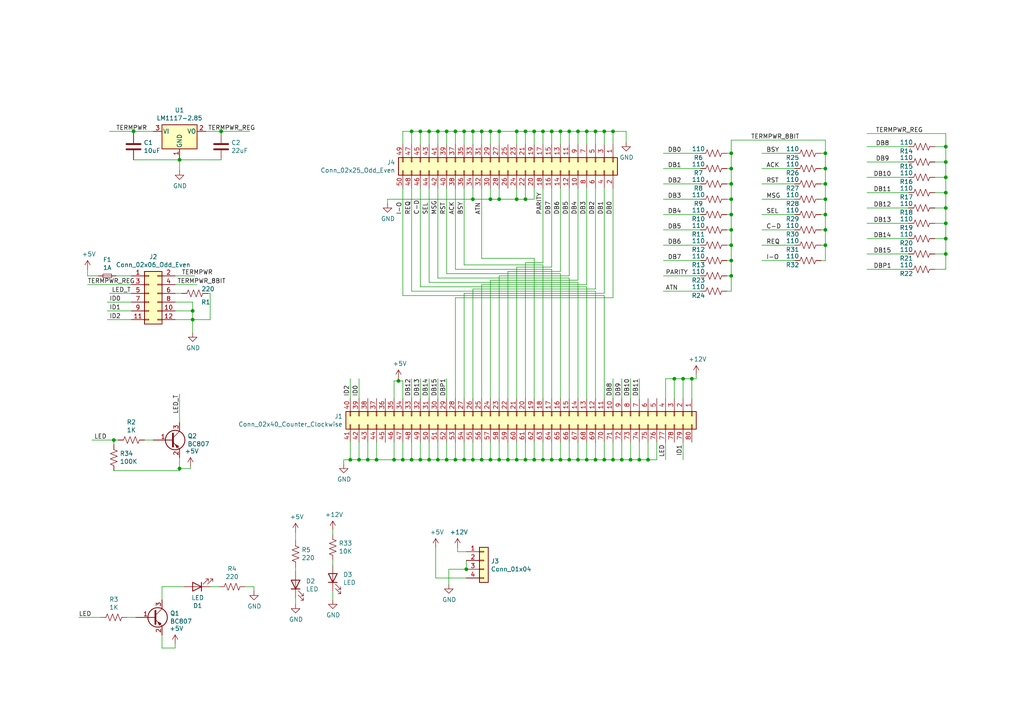
<source format=kicad_sch>
(kicad_sch (version 20230121) (generator eeschema)
  (paper "A4")
  (title_block (title "SCSI to SCA Adapter") (rev "V5.11") (company "max1zzz"))
  (lib_symbols
    (symbol "Connector_Generic:Conn_01x04" (pin_names (offset 1.016) hide)
      (property "Reference" "J" (at 0 5.08 0))
      (property "Value" "Conn_01x04" (at 0 -7.62 0))
      (symbol "Conn_01x04_1_1"
        (pin passive line (at -5.08 2.54 0) (length 3.81) (name "Pin_1") (number "1"))
        (pin passive line (at -5.08 0 0) (length 3.81) (name "Pin_2") (number "2"))
        (pin passive line (at -5.08 -2.54 0) (length 3.81) (name "Pin_3") (number "3"))
        (pin passive line (at -5.08 -5.08 0) (length 3.81) (name "Pin_4") (number "4"))
      )
    )
    (symbol "Connector_Generic:Conn_02x06_Odd_Even" (pin_names (offset 1.016) hide)
      (property "Reference" "J" (at 1.27 7.62 0))
      (property "Value" "Conn_02x06_Odd_Even" (at 1.27 -10.16 0))
      (symbol "Conn_02x06_Odd_Even_1_1"
        (pin passive line (at -5.08 5.08 0) (length 3.81) (name "Pin_1") (number "1"))
        (pin passive line (at 7.62 -5.08 180) (length 3.81) (name "Pin_10") (number "10"))
        (pin passive line (at -5.08 -7.62 0) (length 3.81) (name "Pin_11") (number "11"))
        (pin passive line (at 7.62 -7.62 180) (length 3.81) (name "Pin_12") (number "12"))
        (pin passive line (at 7.62 5.08 180) (length 3.81) (name "Pin_2") (number "2"))
        (pin passive line (at -5.08 2.54 0) (length 3.81) (name "Pin_3") (number "3"))
        (pin passive line (at 7.62 2.54 180) (length 3.81) (name "Pin_4") (number "4"))
        (pin passive line (at -5.08 0 0) (length 3.81) (name "Pin_5") (number "5"))
        (pin passive line (at 7.62 0 180) (length 3.81) (name "Pin_6") (number "6"))
        (pin passive line (at -5.08 -2.54 0) (length 3.81) (name "Pin_7") (number "7"))
        (pin passive line (at 7.62 -2.54 180) (length 3.81) (name "Pin_8") (number "8"))
        (pin passive line (at -5.08 -5.08 0) (length 3.81) (name "Pin_9") (number "9"))
      )
    )
    (symbol "Connector_Generic:Conn_02x25_Odd_Even" (pin_names (offset 1.016) hide)
      (property "Reference" "J" (at 1.27 33.02 0))
      (property "Value" "Conn_02x25_Odd_Even" (at 1.27 -33.02 0))
      (symbol "Conn_02x25_Odd_Even_1_1"
        (pin passive line (at -5.08 30.48 0) (length 3.81) (name "Pin_1") (number "1"))
        (pin passive line (at 7.62 20.32 180) (length 3.81) (name "Pin_10") (number "10"))
        (pin passive line (at -5.08 17.78 0) (length 3.81) (name "Pin_11") (number "11"))
        (pin passive line (at 7.62 17.78 180) (length 3.81) (name "Pin_12") (number "12"))
        (pin passive line (at -5.08 15.24 0) (length 3.81) (name "Pin_13") (number "13"))
        (pin passive line (at 7.62 15.24 180) (length 3.81) (name "Pin_14") (number "14"))
        (pin passive line (at -5.08 12.7 0) (length 3.81) (name "Pin_15") (number "15"))
        (pin passive line (at 7.62 12.7 180) (length 3.81) (name "Pin_16") (number "16"))
        (pin passive line (at -5.08 10.16 0) (length 3.81) (name "Pin_17") (number "17"))
        (pin passive line (at 7.62 10.16 180) (length 3.81) (name "Pin_18") (number "18"))
        (pin passive line (at -5.08 7.62 0) (length 3.81) (name "Pin_19") (number "19"))
        (pin passive line (at 7.62 30.48 180) (length 3.81) (name "Pin_2") (number "2"))
        (pin passive line (at 7.62 7.62 180) (length 3.81) (name "Pin_20") (number "20"))
        (pin passive line (at -5.08 5.08 0) (length 3.81) (name "Pin_21") (number "21"))
        (pin passive line (at 7.62 5.08 180) (length 3.81) (name "Pin_22") (number "22"))
        (pin passive line (at -5.08 2.54 0) (length 3.81) (name "Pin_23") (number "23"))
        (pin passive line (at 7.62 2.54 180) (length 3.81) (name "Pin_24") (number "24"))
        (pin passive line (at -5.08 0 0) (length 3.81) (name "Pin_25") (number "25"))
        (pin passive line (at 7.62 0 180) (length 3.81) (name "Pin_26") (number "26"))
        (pin passive line (at -5.08 -2.54 0) (length 3.81) (name "Pin_27") (number "27"))
        (pin passive line (at 7.62 -2.54 180) (length 3.81) (name "Pin_28") (number "28"))
        (pin passive line (at -5.08 -5.08 0) (length 3.81) (name "Pin_29") (number "29"))
        (pin passive line (at -5.08 27.94 0) (length 3.81) (name "Pin_3") (number "3"))
        (pin passive line (at 7.62 -5.08 180) (length 3.81) (name "Pin_30") (number "30"))
        (pin passive line (at -5.08 -7.62 0) (length 3.81) (name "Pin_31") (number "31"))
        (pin passive line (at 7.62 -7.62 180) (length 3.81) (name "Pin_32") (number "32"))
        (pin passive line (at -5.08 -10.16 0) (length 3.81) (name "Pin_33") (number "33"))
        (pin passive line (at 7.62 -10.16 180) (length 3.81) (name "Pin_34") (number "34"))
        (pin passive line (at -5.08 -12.7 0) (length 3.81) (name "Pin_35") (number "35"))
        (pin passive line (at 7.62 -12.7 180) (length 3.81) (name "Pin_36") (number "36"))
        (pin passive line (at -5.08 -15.24 0) (length 3.81) (name "Pin_37") (number "37"))
        (pin passive line (at 7.62 -15.24 180) (length 3.81) (name "Pin_38") (number "38"))
        (pin passive line (at -5.08 -17.78 0) (length 3.81) (name "Pin_39") (number "39"))
        (pin passive line (at 7.62 27.94 180) (length 3.81) (name "Pin_4") (number "4"))
        (pin passive line (at 7.62 -17.78 180) (length 3.81) (name "Pin_40") (number "40"))
        (pin passive line (at -5.08 -20.32 0) (length 3.81) (name "Pin_41") (number "41"))
        (pin passive line (at 7.62 -20.32 180) (length 3.81) (name "Pin_42") (number "42"))
        (pin passive line (at -5.08 -22.86 0) (length 3.81) (name "Pin_43") (number "43"))
        (pin passive line (at 7.62 -22.86 180) (length 3.81) (name "Pin_44") (number "44"))
        (pin passive line (at -5.08 -25.4 0) (length 3.81) (name "Pin_45") (number "45"))
        (pin passive line (at 7.62 -25.4 180) (length 3.81) (name "Pin_46") (number "46"))
        (pin passive line (at -5.08 -27.94 0) (length 3.81) (name "Pin_47") (number "47"))
        (pin passive line (at 7.62 -27.94 180) (length 3.81) (name "Pin_48") (number "48"))
        (pin passive line (at -5.08 -30.48 0) (length 3.81) (name "Pin_49") (number "49"))
        (pin passive line (at -5.08 25.4 0) (length 3.81) (name "Pin_5") (number "5"))
        (pin passive line (at 7.62 -30.48 180) (length 3.81) (name "Pin_50") (number "50"))
        (pin passive line (at 7.62 25.4 180) (length 3.81) (name "Pin_6") (number "6"))
        (pin passive line (at -5.08 22.86 0) (length 3.81) (name "Pin_7") (number "7"))
        (pin passive line (at 7.62 22.86 180) (length 3.81) (name "Pin_8") (number "8"))
        (pin passive line (at -5.08 20.32 0) (length 3.81) (name "Pin_9") (number "9"))
      )
    )
    (symbol "Connector_Generic:Conn_02x40_Counter_Clockwise" (pin_names (offset 1.016) hide)
      (property "Reference" "J" (at 1.27 50.8 0))
      (property "Value" "Conn_02x40_Counter_Clockwise" (at 1.27 -53.34 0))
      (symbol "Conn_02x40_Counter_Clockwise_1_1"
        (pin passive line (at -5.08 48.26 0) (length 3.81) (name "Pin_1") (number "1"))
        (pin passive line (at -5.08 25.4 0) (length 3.81) (name "Pin_10") (number "10"))
        (pin passive line (at -5.08 22.86 0) (length 3.81) (name "Pin_11") (number "11"))
        (pin passive line (at -5.08 20.32 0) (length 3.81) (name "Pin_12") (number "12"))
        (pin passive line (at -5.08 17.78 0) (length 3.81) (name "Pin_13") (number "13"))
        (pin passive line (at -5.08 15.24 0) (length 3.81) (name "Pin_14") (number "14"))
        (pin passive line (at -5.08 12.7 0) (length 3.81) (name "Pin_15") (number "15"))
        (pin passive line (at -5.08 10.16 0) (length 3.81) (name "Pin_16") (number "16"))
        (pin passive line (at -5.08 7.62 0) (length 3.81) (name "Pin_17") (number "17"))
        (pin passive line (at -5.08 5.08 0) (length 3.81) (name "Pin_18") (number "18"))
        (pin passive line (at -5.08 2.54 0) (length 3.81) (name "Pin_19") (number "19"))
        (pin passive line (at -5.08 45.72 0) (length 3.81) (name "Pin_2") (number "2"))
        (pin passive line (at -5.08 0 0) (length 3.81) (name "Pin_20") (number "20"))
        (pin passive line (at -5.08 -2.54 0) (length 3.81) (name "Pin_21") (number "21"))
        (pin passive line (at -5.08 -5.08 0) (length 3.81) (name "Pin_22") (number "22"))
        (pin passive line (at -5.08 -7.62 0) (length 3.81) (name "Pin_23") (number "23"))
        (pin passive line (at -5.08 -10.16 0) (length 3.81) (name "Pin_24") (number "24"))
        (pin passive line (at -5.08 -12.7 0) (length 3.81) (name "Pin_25") (number "25"))
        (pin passive line (at -5.08 -15.24 0) (length 3.81) (name "Pin_26") (number "26"))
        (pin passive line (at -5.08 -17.78 0) (length 3.81) (name "Pin_27") (number "27"))
        (pin passive line (at -5.08 -20.32 0) (length 3.81) (name "Pin_28") (number "28"))
        (pin passive line (at -5.08 -22.86 0) (length 3.81) (name "Pin_29") (number "29"))
        (pin passive line (at -5.08 43.18 0) (length 3.81) (name "Pin_3") (number "3"))
        (pin passive line (at -5.08 -25.4 0) (length 3.81) (name "Pin_30") (number "30"))
        (pin passive line (at -5.08 -27.94 0) (length 3.81) (name "Pin_31") (number "31"))
        (pin passive line (at -5.08 -30.48 0) (length 3.81) (name "Pin_32") (number "32"))
        (pin passive line (at -5.08 -33.02 0) (length 3.81) (name "Pin_33") (number "33"))
        (pin passive line (at -5.08 -35.56 0) (length 3.81) (name "Pin_34") (number "34"))
        (pin passive line (at -5.08 -38.1 0) (length 3.81) (name "Pin_35") (number "35"))
        (pin passive line (at -5.08 -40.64 0) (length 3.81) (name "Pin_36") (number "36"))
        (pin passive line (at -5.08 -43.18 0) (length 3.81) (name "Pin_37") (number "37"))
        (pin passive line (at -5.08 -45.72 0) (length 3.81) (name "Pin_38") (number "38"))
        (pin passive line (at -5.08 -48.26 0) (length 3.81) (name "Pin_39") (number "39"))
        (pin passive line (at -5.08 40.64 0) (length 3.81) (name "Pin_4") (number "4"))
        (pin passive line (at -5.08 -50.8 0) (length 3.81) (name "Pin_40") (number "40"))
        (pin passive line (at 7.62 -50.8 180) (length 3.81) (name "Pin_41") (number "41"))
        (pin passive line (at 7.62 -48.26 180) (length 3.81) (name "Pin_42") (number "42"))
        (pin passive line (at 7.62 -45.72 180) (length 3.81) (name "Pin_43") (number "43"))
        (pin passive line (at 7.62 -43.18 180) (length 3.81) (name "Pin_44") (number "44"))
        (pin passive line (at 7.62 -40.64 180) (length 3.81) (name "Pin_45") (number "45"))
        (pin passive line (at 7.62 -38.1 180) (length 3.81) (name "Pin_46") (number "46"))
        (pin passive line (at 7.62 -35.56 180) (length 3.81) (name "Pin_47") (number "47"))
        (pin passive line (at 7.62 -33.02 180) (length 3.81) (name "Pin_48") (number "48"))
        (pin passive line (at 7.62 -30.48 180) (length 3.81) (name "Pin_49") (number "49"))
        (pin passive line (at -5.08 38.1 0) (length 3.81) (name "Pin_5") (number "5"))
        (pin passive line (at 7.62 -27.94 180) (length 3.81) (name "Pin_50") (number "50"))
        (pin passive line (at 7.62 -25.4 180) (length 3.81) (name "Pin_51") (number "51"))
        (pin passive line (at 7.62 -22.86 180) (length 3.81) (name "Pin_52") (number "52"))
        (pin passive line (at 7.62 -20.32 180) (length 3.81) (name "Pin_53") (number "53"))
        (pin passive line (at 7.62 -17.78 180) (length 3.81) (name "Pin_54") (number "54"))
        (pin passive line (at 7.62 -15.24 180) (length 3.81) (name "Pin_55") (number "55"))
        (pin passive line (at 7.62 -12.7 180) (length 3.81) (name "Pin_56") (number "56"))
        (pin passive line (at 7.62 -10.16 180) (length 3.81) (name "Pin_57") (number "57"))
        (pin passive line (at 7.62 -7.62 180) (length 3.81) (name "Pin_58") (number "58"))
        (pin passive line (at 7.62 -5.08 180) (length 3.81) (name "Pin_59") (number "59"))
        (pin passive line (at -5.08 35.56 0) (length 3.81) (name "Pin_6") (number "6"))
        (pin passive line (at 7.62 -2.54 180) (length 3.81) (name "Pin_60") (number "60"))
        (pin passive line (at 7.62 0 180) (length 3.81) (name "Pin_61") (number "61"))
        (pin passive line (at 7.62 2.54 180) (length 3.81) (name "Pin_62") (number "62"))
        (pin passive line (at 7.62 5.08 180) (length 3.81) (name "Pin_63") (number "63"))
        (pin passive line (at 7.62 7.62 180) (length 3.81) (name "Pin_64") (number "64"))
        (pin passive line (at 7.62 10.16 180) (length 3.81) (name "Pin_65") (number "65"))
        (pin passive line (at 7.62 12.7 180) (length 3.81) (name "Pin_66") (number "66"))
        (pin passive line (at 7.62 15.24 180) (length 3.81) (name "Pin_67") (number "67"))
        (pin passive line (at 7.62 17.78 180) (length 3.81) (name "Pin_68") (number "68"))
        (pin passive line (at 7.62 20.32 180) (length 3.81) (name "Pin_69") (number "69"))
        (pin passive line (at -5.08 33.02 0) (length 3.81) (name "Pin_7") (number "7"))
        (pin passive line (at 7.62 22.86 180) (length 3.81) (name "Pin_70") (number "70"))
        (pin passive line (at 7.62 25.4 180) (length 3.81) (name "Pin_71") (number "71"))
        (pin passive line (at 7.62 27.94 180) (length 3.81) (name "Pin_72") (number "72"))
        (pin passive line (at 7.62 30.48 180) (length 3.81) (name "Pin_73") (number "73"))
        (pin passive line (at 7.62 33.02 180) (length 3.81) (name "Pin_74") (number "74"))
        (pin passive line (at 7.62 35.56 180) (length 3.81) (name "Pin_75") (number "75"))
        (pin passive line (at 7.62 38.1 180) (length 3.81) (name "Pin_76") (number "76"))
        (pin passive line (at 7.62 40.64 180) (length 3.81) (name "Pin_77") (number "77"))
        (pin passive line (at 7.62 43.18 180) (length 3.81) (name "Pin_78") (number "78"))
        (pin passive line (at 7.62 45.72 180) (length 3.81) (name "Pin_79") (number "79"))
        (pin passive line (at -5.08 30.48 0) (length 3.81) (name "Pin_8") (number "8"))
        (pin passive line (at 7.62 48.26 180) (length 3.81) (name "Pin_80") (number "80"))
        (pin passive line (at -5.08 27.94 0) (length 3.81) (name "Pin_9") (number "9"))
      )
    )
    (symbol "Device:C" (pin_numbers hide) (pin_names (offset 0.254))
      (property "Reference" "C" (at 0.635 2.54 0))
      (property "Value" "C" (at 0.635 -2.54 0))
      (symbol "C_1_1"
        (pin passive line (at 0 3.81 270) (length 2.794) (name "~") (number "1"))
        (pin passive line (at 0 -3.81 90) (length 2.794) (name "~") (number "2"))
      )
    )
    (symbol "Device:Fuse_Small" (pin_numbers hide) (pin_names (offset 0.254) hide)
      (property "Reference" "F" (at 0 -1.524 0))
      (property "Value" "Fuse_Small" (at 0 1.524 0))
      (symbol "Fuse_Small_1_1"
        (pin passive line (at -2.54 0 0) (length 1.27) (name "~") (number "1"))
        (pin passive line (at 2.54 0 180) (length 1.27) (name "~") (number "2"))
      )
    )
    (symbol "Device:LED" (pin_numbers hide) (pin_names (offset 1.016) hide)
      (property "Reference" "D" (at 0 2.54 0))
      (property "Value" "LED" (at 0 -2.54 0))
      (symbol "LED_1_1"
        (pin passive line (at -3.81 0 0) (length 2.54) (name "K") (number "1"))
        (pin passive line (at 3.81 0 180) (length 2.54) (name "A") (number "2"))
      )
    )
    (symbol "Device:Q_PNP_BEC" (pin_names (offset 0) hide)
      (property "Reference" "Q" (at 5.08 1.27 0))
      (property "Value" "Q_PNP_BEC" (at 5.08 -1.27 0))
      (symbol "Q_PNP_BEC_1_1"
        (pin input line (at -5.08 0 0) (length 5.715) (name "B") (number "1"))
        (pin passive line (at 2.54 -5.08 90) (length 2.54) (name "E") (number "2"))
        (pin passive line (at 2.54 5.08 270) (length 2.54) (name "C") (number "3"))
      )
    )
    (symbol "Device:R_US" (pin_numbers hide) (pin_names (offset 0))
      (property "Reference" "R" (at 2.54 0 90))
      (property "Value" "R_US" (at -2.54 0 90))
      (symbol "R_US_1_1"
        (pin passive line (at 0 3.81 270) (length 1.27) (name "~") (number "1"))
        (pin passive line (at 0 -3.81 90) (length 1.27) (name "~") (number "2"))
      )
    )
    (symbol "SCSI to SCA MK5.1-rescue:LM1117-2.5-Regulator_Linear" (pin_names (offset 0.254))
      (property "Reference" "U" (at -3.81 3.175 0))
      (property "Value" "Regulator_Linear_LM1117-2.5" (at 0 3.175 0))
      (symbol "LM1117-2.5-Regulator_Linear_1_1"
        (pin power_in line (at 0 -7.62 90) (length 2.54) (name "GND") (number "1"))
        (pin power_out line (at 7.62 0 180) (length 2.54) (name "VO") (number "2"))
        (pin power_in line (at -7.62 0 0) (length 2.54) (name "VI") (number "3"))
      )
    )
    (symbol "power:+12V" (power) (pin_names (offset 0))
      (property "Value" "+12V" (at 0 3.556 0))
      (symbol "+12V_1_1"
        (pin power_in line (at 0 0 90) (length 0) hide (name "+12V") (number "1"))
      )
    )
    (symbol "power:+5V" (power) (pin_names (offset 0))
      (property "Value" "+5V" (at 0 3.556 0))
      (symbol "+5V_1_1"
        (pin power_in line (at 0 0 90) (length 0) hide (name "+5V") (number "1"))
      )
    )
    (symbol "power:GND" (power) (pin_names (offset 0))
      (property "Value" "GND" (at 0 -3.81 0))
      (symbol "GND_1_1"
        (pin power_in line (at 0 0 270) (length 0) hide (name "GND") (number "1"))
      )
    )
  )
  (junction (at 175.26 38.1))
  (junction (at 274.32 73.66))
  (junction (at 239.395 71.12))
  (junction (at 152.4 57.785))
  (junction (at 137.16 133.35))
  (junction (at 182.88 133.35))
  (junction (at 127 133.35))
  (junction (at 147.32 133.35))
  (junction (at 172.72 38.1))
  (junction (at 132.08 38.1))
  (junction (at 115.57 110.49))
  (junction (at 212.09 44.45))
  (junction (at 52.07 46.355))
  (junction (at 134.62 38.1))
  (junction (at 162.56 38.1))
  (junction (at 212.09 80.01))
  (junction (at 132.08 133.35))
  (junction (at 212.09 71.12))
  (junction (at 152.4 133.35))
  (junction (at 180.34 133.35))
  (junction (at 114.3 133.35))
  (junction (at 212.09 75.565))
  (junction (at 170.18 133.35))
  (junction (at 200.66 109.855))
  (junction (at 152.4 38.1))
  (junction (at 149.86 38.1))
  (junction (at 274.32 51.435))
  (junction (at 55.88 92.71))
  (junction (at 239.395 66.675))
  (junction (at 195.58 109.855))
  (junction (at 157.48 133.35))
  (junction (at 165.1 38.1))
  (junction (at 170.18 38.1))
  (junction (at 124.46 38.1))
  (junction (at 119.38 133.35))
  (junction (at 142.24 133.35))
  (junction (at 212.09 57.785))
  (junction (at 185.42 133.35))
  (junction (at 157.48 38.1))
  (junction (at 139.7 38.1))
  (junction (at 38.735 38.1))
  (junction (at 187.96 133.35))
  (junction (at 64.135 38.1))
  (junction (at 135.255 165.1))
  (junction (at 137.16 38.1))
  (junction (at 212.09 62.23))
  (junction (at 274.32 69.215))
  (junction (at 239.395 44.45))
  (junction (at 177.8 133.35))
  (junction (at 139.7 133.35))
  (junction (at 212.09 53.34))
  (junction (at 101.6 133.35))
  (junction (at 239.395 57.785))
  (junction (at 162.56 133.35))
  (junction (at 104.14 133.35))
  (junction (at 129.54 133.35))
  (junction (at 160.02 133.35))
  (junction (at 144.78 38.1))
  (junction (at 177.8 38.1))
  (junction (at 134.62 133.35))
  (junction (at 167.64 133.35))
  (junction (at 124.46 133.35))
  (junction (at 55.88 90.17))
  (junction (at 109.22 133.35))
  (junction (at 121.92 38.1))
  (junction (at 52.07 135.89))
  (junction (at 142.24 38.1))
  (junction (at 167.64 38.1))
  (junction (at 239.395 62.23))
  (junction (at 274.32 64.77))
  (junction (at 129.54 38.1))
  (junction (at 274.32 60.325))
  (junction (at 33.02 127.635))
  (junction (at 160.02 38.1))
  (junction (at 175.26 133.35))
  (junction (at 198.12 109.855))
  (junction (at 116.84 133.35))
  (junction (at 106.68 133.35))
  (junction (at 142.24 57.785))
  (junction (at 119.38 38.1))
  (junction (at 154.94 38.1))
  (junction (at 144.78 57.785))
  (junction (at 274.32 55.88))
  (junction (at 172.72 133.35))
  (junction (at 154.94 133.35))
  (junction (at 149.86 133.35))
  (junction (at 165.1 133.35))
  (junction (at 144.78 133.35))
  (junction (at 149.86 57.785))
  (junction (at 137.16 57.785))
  (junction (at 212.09 48.895))
  (junction (at 212.09 66.675))
  (junction (at 121.92 133.35))
  (junction (at 239.395 48.895))
  (junction (at 274.32 42.545))
  (junction (at 239.395 53.34))
  (junction (at 274.32 46.99))
  (junction (at 127 38.1))
  (wire (pts (xy 134.62 38.1) (xy 137.16 38.1)))
  (wire (pts (xy 230.505 66.675) (xy 220.98 66.675)))
  (wire (pts (xy 152.4 128.27) (xy 152.4 133.35)))
  (wire (pts (xy 137.16 133.35) (xy 139.7 133.35)))
  (wire (pts (xy 135.255 162.56) (xy 135.255 165.1)))
  (wire (pts (xy 198.12 109.855) (xy 200.66 109.855)))
  (wire (pts (xy 139.7 82.55) (xy 139.7 115.57)))
  (wire (pts (xy 149.86 133.35) (xy 152.4 133.35)))
  (wire (pts (xy 137.16 128.27) (xy 137.16 133.35)))
  (wire (pts (xy 239.395 53.34) (xy 239.395 48.895)))
  (wire (pts (xy 162.56 41.91) (xy 162.56 38.1)))
  (wire (pts (xy 139.7 54.61) (xy 139.7 74.93)))
  (wire (pts (xy 55.245 135.89) (xy 52.07 135.89)))
  (wire (pts (xy 147.32 78.74) (xy 147.32 115.57)))
  (wire (pts (xy 230.505 71.12) (xy 220.98 71.12)))
  (wire (pts (xy 239.395 57.785) (xy 239.395 62.23)))
  (wire (pts (xy 85.725 175.26) (xy 85.725 173.355)))
  (wire (pts (xy 203.2 71.12) (xy 192.405 71.12)))
  (wire (pts (xy 124.46 38.1) (xy 127 38.1)))
  (wire (pts (xy 167.64 41.91) (xy 167.64 38.1)))
  (wire (pts (xy 52.07 114.3) (xy 52.07 122.555)))
  (wire (pts (xy 26.67 127.635) (xy 33.02 127.635)))
  (wire (pts (xy 46.99 184.15) (xy 46.99 187.96)))
  (wire (pts (xy 238.125 66.675) (xy 239.395 66.675)))
  (wire (pts (xy 121.92 133.35) (xy 124.46 133.35)))
  (wire (pts (xy 238.125 62.23) (xy 239.395 62.23)))
  (wire (pts (xy 135.255 165.1) (xy 130.175 165.1)))
  (wire (pts (xy 203.2 44.45) (xy 192.405 44.45)))
  (wire (pts (xy 210.82 75.565) (xy 212.09 75.565)))
  (wire (pts (xy 149.86 77.47) (xy 149.86 115.57)))
  (wire (pts (xy 154.94 38.1) (xy 152.4 38.1)))
  (wire (pts (xy 121.92 115.57) (xy 121.92 109.855)))
  (wire (pts (xy 114.3 110.49) (xy 115.57 110.49)))
  (wire (pts (xy 238.125 75.565) (xy 239.395 75.565)))
  (wire (pts (xy 50.8 187.96) (xy 50.8 186.69)))
  (wire (pts (xy 160.02 115.57) (xy 160.02 78.105)))
  (wire (pts (xy 152.4 38.1) (xy 149.86 38.1)))
  (wire (pts (xy 230.505 53.34) (xy 220.98 53.34)))
  (wire (pts (xy 157.48 115.57) (xy 157.48 76.835)))
  (wire (pts (xy 195.58 115.57) (xy 195.58 109.855)))
  (wire (pts (xy 271.145 69.215) (xy 274.32 69.215)))
  (wire (pts (xy 121.92 83.185) (xy 170.18 83.185)))
  (wire (pts (xy 116.84 38.1) (xy 119.38 38.1)))
  (wire (pts (xy 50.8 80.01) (xy 56.515 80.01)))
  (wire (pts (xy 52.07 46.355) (xy 52.07 45.72)))
  (wire (pts (xy 157.48 54.61) (xy 157.48 76.2)))
  (wire (pts (xy 239.395 62.23) (xy 239.395 66.675)))
  (wire (pts (xy 274.32 42.545) (xy 274.32 38.735)))
  (wire (pts (xy 198.12 115.57) (xy 198.12 109.855)))
  (wire (pts (xy 230.505 57.785) (xy 220.98 57.785)))
  (wire (pts (xy 187.96 133.35) (xy 190.5 133.35)))
  (wire (pts (xy 142.24 41.91) (xy 142.24 38.1)))
  (wire (pts (xy 149.86 54.61) (xy 149.86 57.785)))
  (wire (pts (xy 177.8 54.61) (xy 177.8 86.36)))
  (wire (pts (xy 203.2 48.895) (xy 192.405 48.895)))
  (wire (pts (xy 134.62 128.27) (xy 134.62 133.35)))
  (wire (pts (xy 170.18 38.1) (xy 172.72 38.1)))
  (wire (pts (xy 112.395 57.785) (xy 137.16 57.785)))
  (wire (pts (xy 124.46 128.27) (xy 124.46 133.35)))
  (wire (pts (xy 38.735 38.735) (xy 38.735 38.1)))
  (wire (pts (xy 238.125 48.895) (xy 239.395 48.895)))
  (wire (pts (xy 230.505 44.45) (xy 220.98 44.45)))
  (wire (pts (xy 152.4 76.2) (xy 152.4 115.57)))
  (wire (pts (xy 175.26 38.1) (xy 177.8 38.1)))
  (wire (pts (xy 139.7 41.91) (xy 139.7 38.1)))
  (wire (pts (xy 251.46 46.99) (xy 263.525 46.99)))
  (wire (pts (xy 154.94 38.1) (xy 157.48 38.1)))
  (wire (pts (xy 172.72 84.455) (xy 172.72 115.57)))
  (wire (pts (xy 165.1 80.01) (xy 144.78 80.01)))
  (wire (pts (xy 182.88 133.35) (xy 185.42 133.35)))
  (wire (pts (xy 271.145 42.545) (xy 274.32 42.545)))
  (wire (pts (xy 162.56 133.35) (xy 165.1 133.35)))
  (wire (pts (xy 96.52 163.83) (xy 96.52 162.56)))
  (wire (pts (xy 134.62 85.09) (xy 134.62 115.57)))
  (wire (pts (xy 33.02 127.635) (xy 34.29 127.635)))
  (wire (pts (xy 154.94 41.91) (xy 154.94 38.1)))
  (wire (pts (xy 165.1 133.35) (xy 167.64 133.35)))
  (wire (pts (xy 160.02 78.105) (xy 132.08 78.105)))
  (wire (pts (xy 85.725 165.735) (xy 85.725 164.465)))
  (wire (pts (xy 167.64 54.61) (xy 167.64 81.28)))
  (wire (pts (xy 180.34 133.35) (xy 182.88 133.35)))
  (wire (pts (xy 38.735 38.1) (xy 31.75 38.1)))
  (wire (pts (xy 187.96 128.27) (xy 187.96 133.35)))
  (wire (pts (xy 139.7 133.35) (xy 142.24 133.35)))
  (wire (pts (xy 170.18 82.55) (xy 139.7 82.55)))
  (wire (pts (xy 170.18 41.91) (xy 170.18 38.1)))
  (wire (pts (xy 119.38 41.91) (xy 119.38 38.1)))
  (wire (pts (xy 193.04 109.855) (xy 195.58 109.855)))
  (wire (pts (xy 109.22 133.35) (xy 114.3 133.35)))
  (wire (pts (xy 167.64 133.35) (xy 170.18 133.35)))
  (wire (pts (xy 190.5 133.35) (xy 190.5 128.27)))
  (wire (pts (xy 142.24 57.785) (xy 144.78 57.785)))
  (wire (pts (xy 52.07 49.53) (xy 52.07 46.355)))
  (wire (pts (xy 106.68 133.35) (xy 109.22 133.35)))
  (wire (pts (xy 33.02 136.525) (xy 52.07 136.525)))
  (wire (pts (xy 152.4 54.61) (xy 152.4 57.785)))
  (wire (pts (xy 198.12 128.27) (xy 198.12 133.35)))
  (wire (pts (xy 162.56 38.1) (xy 165.1 38.1)))
  (wire (pts (xy 149.86 38.1) (xy 144.78 38.1)))
  (wire (pts (xy 129.54 38.1) (xy 132.08 38.1)))
  (wire (pts (xy 73.66 171.45) (xy 73.66 170.18)))
  (wire (pts (xy 175.26 41.91) (xy 175.26 38.1)))
  (wire (pts (xy 101.6 128.27) (xy 101.6 133.35)))
  (wire (pts (xy 25.4 80.01) (xy 25.4 78.105)))
  (wire (pts (xy 203.2 57.785) (xy 192.405 57.785)))
  (wire (pts (xy 263.525 69.215) (xy 251.46 69.215)))
  (wire (pts (xy 121.92 54.61) (xy 121.92 83.185)))
  (wire (pts (xy 129.54 128.27) (xy 129.54 133.35)))
  (wire (pts (xy 137.16 54.61) (xy 137.16 57.785)))
  (wire (pts (xy 212.09 62.23) (xy 212.09 57.785)))
  (wire (pts (xy 160.02 77.47) (xy 149.86 77.47)))
  (wire (pts (xy 175.26 85.725) (xy 175.26 115.57)))
  (wire (pts (xy 167.64 81.28) (xy 142.24 81.28)))
  (wire (pts (xy 177.8 133.35) (xy 180.34 133.35)))
  (wire (pts (xy 271.145 51.435) (xy 274.32 51.435)))
  (wire (pts (xy 119.38 133.35) (xy 121.92 133.35)))
  (wire (pts (xy 195.58 109.855) (xy 198.12 109.855)))
  (wire (pts (xy 167.64 81.915) (xy 167.64 115.57)))
  (wire (pts (xy 106.68 128.27) (xy 106.68 133.35)))
  (wire (pts (xy 263.525 55.88) (xy 251.46 55.88)))
  (wire (pts (xy 160.02 54.61) (xy 160.02 77.47)))
  (wire (pts (xy 210.82 57.785) (xy 212.09 57.785)))
  (wire (pts (xy 116.84 54.61) (xy 116.84 85.725)))
  (wire (pts (xy 238.125 57.785) (xy 239.395 57.785)))
  (wire (pts (xy 130.175 165.1) (xy 130.175 169.545)))
  (wire (pts (xy 109.22 133.35) (xy 109.22 128.27)))
  (wire (pts (xy 210.82 48.895) (xy 212.09 48.895)))
  (wire (pts (xy 129.54 115.57) (xy 129.54 109.855)))
  (wire (pts (xy 263.525 78.105) (xy 251.46 78.105)))
  (wire (pts (xy 50.8 87.63) (xy 55.88 87.63)))
  (wire (pts (xy 162.56 133.35) (xy 162.56 128.27)))
  (wire (pts (xy 126.365 167.64) (xy 126.365 158.75)))
  (wire (pts (xy 127 115.57) (xy 127 109.855)))
  (wire (pts (xy 104.14 133.35) (xy 106.68 133.35)))
  (wire (pts (xy 31.115 90.17) (xy 38.1 90.17)))
  (wire (pts (xy 114.3 128.27) (xy 114.3 133.35)))
  (wire (pts (xy 212.09 71.12) (xy 212.09 66.675)))
  (wire (pts (xy 144.78 54.61) (xy 144.78 57.785)))
  (wire (pts (xy 271.145 46.99) (xy 274.32 46.99)))
  (wire (pts (xy 137.16 57.785) (xy 142.24 57.785)))
  (wire (pts (xy 135.255 167.64) (xy 126.365 167.64)))
  (wire (pts (xy 238.125 53.34) (xy 239.395 53.34)))
  (wire (pts (xy 274.32 51.435) (xy 274.32 55.88)))
  (wire (pts (xy 200.66 109.855) (xy 201.93 109.855)))
  (wire (pts (xy 274.32 73.66) (xy 274.32 78.105)))
  (wire (pts (xy 127 128.27) (xy 127 133.35)))
  (wire (pts (xy 177.8 41.91) (xy 177.8 38.1)))
  (wire (pts (xy 50.8 90.17) (xy 55.88 90.17)))
  (wire (pts (xy 212.09 57.785) (xy 212.09 53.34)))
  (wire (pts (xy 41.91 127.635) (xy 44.45 127.635)))
  (wire (pts (xy 274.32 60.325) (xy 274.32 64.77)))
  (wire (pts (xy 271.145 64.77) (xy 274.32 64.77)))
  (wire (pts (xy 172.72 54.61) (xy 172.72 83.82)))
  (wire (pts (xy 212.09 40.64) (xy 239.395 40.64)))
  (wire (pts (xy 127 41.91) (xy 127 38.1)))
  (wire (pts (xy 182.88 115.57) (xy 182.88 109.855)))
  (wire (pts (xy 203.2 75.565) (xy 192.405 75.565)))
  (wire (pts (xy 64.135 46.355) (xy 52.07 46.355)))
  (wire (pts (xy 85.725 156.845) (xy 85.725 154.305)))
  (wire (pts (xy 193.04 128.27) (xy 193.04 133.35)))
  (wire (pts (xy 230.505 48.895) (xy 220.98 48.895)))
  (wire (pts (xy 124.46 81.915) (xy 167.64 81.915)))
  (wire (pts (xy 177.8 86.36) (xy 132.08 86.36)))
  (wire (pts (xy 129.54 79.375) (xy 162.56 79.375)))
  (wire (pts (xy 29.21 179.07) (xy 22.86 179.07)))
  (wire (pts (xy 181.61 38.1) (xy 177.8 38.1)))
  (wire (pts (xy 132.08 133.35) (xy 134.62 133.35)))
  (wire (pts (xy 274.32 69.215) (xy 274.32 73.66)))
  (wire (pts (xy 175.26 85.09) (xy 134.62 85.09)))
  (wire (pts (xy 124.46 41.91) (xy 124.46 38.1)))
  (wire (pts (xy 239.395 44.45) (xy 239.395 40.64)))
  (wire (pts (xy 46.99 170.18) (xy 53.34 170.18)))
  (wire (pts (xy 33.02 128.905) (xy 33.02 127.635)))
  (wire (pts (xy 129.54 79.375) (xy 129.54 54.61)))
  (wire (pts (xy 149.86 41.91) (xy 149.86 38.1)))
  (wire (pts (xy 274.32 64.77) (xy 274.32 69.215)))
  (wire (pts (xy 115.57 109.855) (xy 115.57 110.49)))
  (wire (pts (xy 203.2 53.34) (xy 192.405 53.34)))
  (wire (pts (xy 160.02 133.35) (xy 162.56 133.35)))
  (wire (pts (xy 132.08 128.27) (xy 132.08 133.35)))
  (wire (pts (xy 185.42 133.35) (xy 187.96 133.35)))
  (wire (pts (xy 55.245 135.255) (xy 55.245 135.89)))
  (wire (pts (xy 177.8 128.27) (xy 177.8 133.35)))
  (wire (pts (xy 64.135 38.1) (xy 72.39 38.1)))
  (wire (pts (xy 119.38 54.61) (xy 119.38 84.455)))
  (wire (pts (xy 31.115 87.63) (xy 38.1 87.63)))
  (wire (pts (xy 274.32 46.99) (xy 274.32 51.435)))
  (wire (pts (xy 129.54 41.91) (xy 129.54 38.1)))
  (wire (pts (xy 73.66 170.18) (xy 71.12 170.18)))
  (wire (pts (xy 152.4 57.785) (xy 154.94 57.785)))
  (wire (pts (xy 154.94 128.27) (xy 154.94 133.35)))
  (wire (pts (xy 121.92 128.27) (xy 121.92 133.35)))
  (wire (pts (xy 101.6 115.57) (xy 101.6 109.855)))
  (wire (pts (xy 31.75 85.09) (xy 38.1 85.09)))
  (wire (pts (xy 263.525 60.325) (xy 251.46 60.325)))
  (wire (pts (xy 170.18 83.185) (xy 170.18 115.57)))
  (wire (pts (xy 55.88 92.71) (xy 55.88 96.52)))
  (wire (pts (xy 212.09 75.565) (xy 212.09 71.12)))
  (wire (pts (xy 263.525 64.77) (xy 251.46 64.77)))
  (wire (pts (xy 165.1 38.1) (xy 167.64 38.1)))
  (wire (pts (xy 127 38.1) (xy 129.54 38.1)))
  (wire (pts (xy 115.57 110.49) (xy 116.84 110.49)))
  (wire (pts (xy 121.92 38.1) (xy 124.46 38.1)))
  (wire (pts (xy 132.08 41.91) (xy 132.08 38.1)))
  (wire (pts (xy 157.48 133.35) (xy 160.02 133.35)))
  (wire (pts (xy 152.4 41.91) (xy 152.4 38.1)))
  (wire (pts (xy 36.83 179.07) (xy 39.37 179.07)))
  (wire (pts (xy 251.46 42.545) (xy 263.525 42.545)))
  (wire (pts (xy 212.09 66.675) (xy 212.09 62.23)))
  (wire (pts (xy 144.78 57.785) (xy 149.86 57.785)))
  (wire (pts (xy 46.99 187.96) (xy 50.8 187.96)))
  (wire (pts (xy 64.135 38.735) (xy 64.135 38.1)))
  (wire (pts (xy 210.82 66.675) (xy 212.09 66.675)))
  (wire (pts (xy 274.32 42.545) (xy 274.32 46.99)))
  (wire (pts (xy 142.24 38.1) (xy 139.7 38.1)))
  (wire (pts (xy 172.72 38.1) (xy 175.26 38.1)))
  (wire (pts (xy 175.26 133.35) (xy 177.8 133.35)))
  (wire (pts (xy 180.34 115.57) (xy 180.34 109.855)))
  (wire (pts (xy 142.24 133.35) (xy 144.78 133.35)))
  (wire (pts (xy 137.16 41.91) (xy 137.16 38.1)))
  (wire (pts (xy 149.86 128.27) (xy 149.86 133.35)))
  (wire (pts (xy 230.505 62.23) (xy 220.98 62.23)))
  (wire (pts (xy 157.48 128.27) (xy 157.48 133.35)))
  (wire (pts (xy 239.395 53.34) (xy 239.395 57.785)))
  (wire (pts (xy 157.48 41.91) (xy 157.48 38.1)))
  (wire (pts (xy 50.8 85.09) (xy 52.705 85.09)))
  (wire (pts (xy 263.525 51.435) (xy 251.46 51.435)))
  (wire (pts (xy 157.48 38.1) (xy 160.02 38.1)))
  (wire (pts (xy 274.32 55.88) (xy 274.32 60.325)))
  (wire (pts (xy 96.52 173.99) (xy 96.52 171.45)))
  (wire (pts (xy 203.2 84.455) (xy 192.405 84.455)))
  (wire (pts (xy 238.125 71.12) (xy 239.395 71.12)))
  (wire (pts (xy 124.46 115.57) (xy 124.46 109.855)))
  (wire (pts (xy 101.6 133.35) (xy 99.695 133.35)))
  (wire (pts (xy 239.395 71.12) (xy 239.395 75.565)))
  (wire (pts (xy 52.07 136.525) (xy 52.07 135.89)))
  (wire (pts (xy 99.695 133.35) (xy 99.695 134.62)))
  (wire (pts (xy 134.62 41.91) (xy 134.62 38.1)))
  (wire (pts (xy 38.735 46.355) (xy 52.07 46.355)))
  (wire (pts (xy 33.655 80.01) (xy 38.1 80.01)))
  (wire (pts (xy 132.715 160.02) (xy 132.715 158.75)))
  (wire (pts (xy 172.72 83.82) (xy 137.16 83.82)))
  (wire (pts (xy 104.14 128.27) (xy 104.14 133.35)))
  (wire (pts (xy 212.09 44.45) (xy 212.09 40.64)))
  (wire (pts (xy 112.395 57.785) (xy 112.395 59.055)))
  (wire (pts (xy 101.6 133.35) (xy 104.14 133.35)))
  (wire (pts (xy 162.56 78.74) (xy 147.32 78.74)))
  (wire (pts (xy 160.02 41.91) (xy 160.02 38.1)))
  (wire (pts (xy 116.84 115.57) (xy 116.84 110.49)))
  (wire (pts (xy 132.08 38.1) (xy 134.62 38.1)))
  (wire (pts (xy 135.255 160.02) (xy 132.715 160.02)))
  (wire (pts (xy 212.09 44.45) (xy 210.82 44.45)))
  (wire (pts (xy 147.32 128.27) (xy 147.32 133.35)))
  (wire (pts (xy 172.72 133.35) (xy 175.26 133.35)))
  (wire (pts (xy 154.94 133.35) (xy 157.48 133.35)))
  (wire (pts (xy 172.72 41.91) (xy 172.72 38.1)))
  (wire (pts (xy 144.78 133.35) (xy 147.32 133.35)))
  (wire (pts (xy 154.94 57.785) (xy 154.94 54.61)))
  (wire (pts (xy 274.32 38.735) (xy 251.46 38.735)))
  (wire (pts (xy 50.8 82.55) (xy 57.15 82.55)))
  (wire (pts (xy 170.18 54.61) (xy 170.18 82.55)))
  (wire (pts (xy 132.08 86.36) (xy 132.08 115.57)))
  (wire (pts (xy 144.78 38.1) (xy 142.24 38.1)))
  (wire (pts (xy 124.46 133.35) (xy 127 133.35)))
  (wire (pts (xy 144.78 80.01) (xy 144.78 115.57)))
  (wire (pts (xy 162.56 54.61) (xy 162.56 78.74)))
  (wire (pts (xy 60.96 85.09) (xy 60.96 92.71)))
  (wire (pts (xy 121.92 41.91) (xy 121.92 38.1)))
  (wire (pts (xy 175.26 54.61) (xy 175.26 85.09)))
  (wire (pts (xy 114.3 110.49) (xy 114.3 115.57)))
  (wire (pts (xy 212.09 84.455) (xy 212.09 80.01)))
  (wire (pts (xy 193.04 115.57) (xy 193.04 109.855)))
  (wire (pts (xy 203.2 80.01) (xy 192.405 80.01)))
  (wire (pts (xy 63.5 170.18) (xy 60.96 170.18)))
  (wire (pts (xy 25.4 82.55) (xy 38.1 82.55)))
  (wire (pts (xy 116.84 128.27) (xy 116.84 133.35)))
  (wire (pts (xy 201.93 109.855) (xy 201.93 108.585)))
  (wire (pts (xy 239.395 66.675) (xy 239.395 71.12)))
  (wire (pts (xy 210.82 80.01) (xy 212.09 80.01)))
  (wire (pts (xy 119.38 115.57) (xy 119.38 109.855)))
  (wire (pts (xy 203.2 66.675) (xy 192.405 66.675)))
  (wire (pts (xy 210.82 62.23) (xy 212.09 62.23)))
  (wire (pts (xy 142.24 54.61) (xy 142.24 57.785)))
  (wire (pts (xy 116.84 85.725) (xy 175.26 85.725)))
  (wire (pts (xy 119.38 84.455) (xy 172.72 84.455)))
  (wire (pts (xy 212.09 48.895) (xy 212.09 44.45)))
  (wire (pts (xy 165.1 54.61) (xy 165.1 80.01)))
  (wire (pts (xy 200.66 109.855) (xy 200.66 115.57)))
  (wire (pts (xy 157.48 76.2) (xy 152.4 76.2)))
  (wire (pts (xy 127 80.645) (xy 165.1 80.645)))
  (wire (pts (xy 116.84 133.35) (xy 119.38 133.35)))
  (wire (pts (xy 139.7 74.93) (xy 154.94 74.93)))
  (wire (pts (xy 31.115 92.71) (xy 38.1 92.71)))
  (wire (pts (xy 271.145 60.325) (xy 274.32 60.325)))
  (wire (pts (xy 185.42 133.35) (xy 185.42 128.27)))
  (wire (pts (xy 119.38 38.1) (xy 121.92 38.1)))
  (wire (pts (xy 165.1 41.91) (xy 165.1 38.1)))
  (wire (pts (xy 116.84 38.1) (xy 116.84 41.91)))
  (wire (pts (xy 160.02 38.1) (xy 162.56 38.1)))
  (wire (pts (xy 167.64 128.27) (xy 167.64 133.35)))
  (wire (pts (xy 271.145 55.88) (xy 274.32 55.88)))
  (wire (pts (xy 210.82 53.34) (xy 212.09 53.34)))
  (wire (pts (xy 274.32 78.105) (xy 271.145 78.105)))
  (wire (pts (xy 144.78 41.91) (xy 144.78 38.1)))
  (wire (pts (xy 142.24 81.28) (xy 142.24 115.57)))
  (wire (pts (xy 170.18 128.27) (xy 170.18 133.35)))
  (wire (pts (xy 210.82 71.12) (xy 212.09 71.12)))
  (wire (pts (xy 167.64 38.1) (xy 170.18 38.1)))
  (wire (pts (xy 104.14 115.57) (xy 104.14 109.855)))
  (wire (pts (xy 137.16 38.1) (xy 139.7 38.1)))
  (wire (pts (xy 50.8 92.71) (xy 55.88 92.71)))
  (wire (pts (xy 119.38 128.27) (xy 119.38 133.35)))
  (wire (pts (xy 60.325 85.09) (xy 60.96 85.09)))
  (wire (pts (xy 28.575 80.01) (xy 25.4 80.01)))
  (wire (pts (xy 230.505 75.565) (xy 220.98 75.565)))
  (wire (pts (xy 239.395 44.45) (xy 238.125 44.45)))
  (wire (pts (xy 185.42 115.57) (xy 185.42 109.855)))
  (wire (pts (xy 134.62 133.35) (xy 137.16 133.35)))
  (wire (pts (xy 210.82 84.455) (xy 212.09 84.455)))
  (wire (pts (xy 59.69 38.1) (xy 64.135 38.1)))
  (wire (pts (xy 147.32 133.35) (xy 149.86 133.35)))
  (wire (pts (xy 212.09 53.34) (xy 212.09 48.895)))
  (wire (pts (xy 239.395 48.895) (xy 239.395 44.45)))
  (wire (pts (xy 129.54 133.35) (xy 132.08 133.35)))
  (wire (pts (xy 170.18 133.35) (xy 172.72 133.35)))
  (wire (pts (xy 55.88 90.17) (xy 55.88 92.71)))
  (wire (pts (xy 127 54.61) (xy 127 80.645)))
  (wire (pts (xy 165.1 80.645) (xy 165.1 115.57)))
  (wire (pts (xy 172.72 128.27) (xy 172.72 133.35)))
  (wire (pts (xy 144.78 128.27) (xy 144.78 133.35)))
  (wire (pts (xy 137.16 83.82) (xy 137.16 115.57)))
  (wire (pts (xy 162.56 115.57) (xy 162.56 79.375)))
  (wire (pts (xy 149.86 57.785) (xy 152.4 57.785)))
  (wire (pts (xy 181.61 41.275) (xy 181.61 38.1)))
  (wire (pts (xy 46.99 173.99) (xy 46.99 170.18)))
  (wire (pts (xy 142.24 128.27) (xy 142.24 133.35)))
  (wire (pts (xy 55.88 87.63) (xy 55.88 90.17)))
  (wire (pts (xy 157.48 76.835) (xy 134.62 76.835)))
  (wire (pts (xy 165.1 128.27) (xy 165.1 133.35)))
  (wire (pts (xy 180.34 128.27) (xy 180.34 133.35)))
  (wire (pts (xy 124.46 54.61) (xy 124.46 81.915)))
  (wire (pts (xy 152.4 133.35) (xy 154.94 133.35)))
  (wire (pts (xy 271.145 73.66) (xy 274.32 73.66)))
  (wire (pts (xy 175.26 128.27) (xy 175.26 133.35)))
  (wire (pts (xy 203.2 62.23) (xy 192.405 62.23)))
  (wire (pts (xy 96.52 154.94) (xy 96.52 153.67)))
  (wire (pts (xy 212.09 80.01) (xy 212.09 75.565)))
  (wire (pts (xy 52.07 135.89) (xy 52.07 132.715)))
  (wire (pts (xy 154.94 74.93) (xy 154.94 115.57)))
  (wire (pts (xy 182.88 133.35) (xy 182.88 128.27)))
  (wire (pts (xy 60.96 92.71) (xy 55.88 92.71)))
  (wire (pts (xy 263.525 73.66) (xy 251.46 73.66)))
  (wire (pts (xy 127 133.35) (xy 129.54 133.35)))
  (wire (pts (xy 114.3 133.35) (xy 116.84 133.35)))
  (wire (pts (xy 44.45 38.1) (xy 38.735 38.1)))
  (wire (pts (xy 139.7 128.27) (xy 139.7 133.35)))
  (wire (pts (xy 160.02 128.27) (xy 160.02 133.35)))
  (wire (pts (xy 177.8 115.57) (xy 177.8 109.855)))
  (wire (pts (xy 134.62 76.835) (xy 134.62 54.61)))
  (wire (pts (xy 132.08 78.105) (xy 132.08 54.61)))
  (label "TERMPWR_8BIT" (at 217.805 40.64 0))
  (label "DB6" (at 162.56 62.23 90))
  (label "PARITY" (at 193.04 80.01 0))
  (label "TERMPWR" (at 52.705 80.01 0))
  (label "DB0" (at 177.8 62.23 90))
  (label "DB5" (at 193.675 66.675 0))
  (label "PARITY" (at 157.48 62.23 90))
  (label "DBP1" (at 253.365 78.105 0))
  (label "ID2" (at 31.75 92.71 0))
  (label "RST" (at 129.54 62.23 90))
  (label "SEL" (at 124.46 62.23 90))
  (label "DB12" (at 119.38 114.935 90))
  (label "MSG" (at 127 62.23 90))
  (label "TERMPWR" (at 33.655 38.1 0))
  (label "DB9" (at 254 46.99 0))
  (label "C-D" (at 121.92 62.23 90))
  (label "DB1" (at 175.26 62.23 90))
  (label "DB14" (at 124.46 114.935 90))
  (label "LED" (at 193.04 128.905 270))
  (label "REQ" (at 119.38 62.23 90))
  (label "TERMPWR_8BIT" (at 51.435 82.55 0))
  (label "ID1" (at 198.12 128.905 270))
  (label "ID1" (at 31.75 90.17 0))
  (label "DB7" (at 160.02 62.23 90))
  (label "DB1" (at 193.675 48.895 0))
  (label "DB8" (at 254 42.545 0))
  (label "DB4" (at 167.64 62.23 90))
  (label "I-O" (at 116.84 62.23 90))
  (label "TERMPWR_REG" (at 60.325 38.1 0))
  (label "BSY" (at 222.25 44.45 0))
  (label "ACK" (at 222.25 48.895 0))
  (label "DB14" (at 253.365 69.215 0))
  (label "RST" (at 222.25 53.34 0))
  (label "DB11" (at 185.42 114.935 90))
  (label "MSG" (at 222.25 57.785 0))
  (label "DB11" (at 253.365 55.88 0))
  (label "DBP1" (at 129.54 114.935 90))
  (label "DB4" (at 193.675 62.23 0))
  (label "TERMPWR_REG" (at 25.4 82.55 0))
  (label "ACK" (at 132.08 62.23 90))
  (label "DB5" (at 165.1 62.23 90))
  (label "DB13" (at 253.365 64.77 0))
  (label "ATN" (at 139.7 62.23 90))
  (label "LED_T" (at 32.385 85.09 0))
  (label "DB3" (at 170.18 62.23 90))
  (label "ID2" (at 101.6 114.935 90))
  (label "LED_T" (at 52.07 120.015 90))
  (label "LED" (at 27.305 127.635 0))
  (label "DB6" (at 193.675 71.12 0))
  (label "DB15" (at 253.365 73.66 0))
  (label "DB0" (at 193.675 44.45 0))
  (label "ATN" (at 193.04 84.455 0))
  (label "DB9" (at 180.34 114.935 90))
  (label "DB15" (at 127 114.935 90))
  (label "I-O" (at 222.25 75.565 0))
  (label "DB7" (at 193.675 75.565 0))
  (label "DB10" (at 182.88 114.935 90))
  (label "DB2" (at 193.675 53.34 0))
  (label "C-D" (at 222.25 66.675 0))
  (label "LED" (at 22.86 179.07 0))
  (label "DB12" (at 253.365 60.325 0))
  (label "DB3" (at 193.675 57.785 0))
  (label "ID0" (at 31.75 87.63 0))
  (label "DB8" (at 177.8 114.935 90))
  (label "SEL" (at 222.25 62.23 0))
  (label "DB2" (at 172.72 62.23 90))
  (label "REQ" (at 222.25 71.12 0))
  (label "DB10" (at 253.365 51.435 0))
  (label "DB13" (at 121.92 114.935 90))
  (label "TERMPWR_REG" (at 254 38.735 0))
  (label "BSY" (at 134.62 62.23 90))
  (label "ID0" (at 104.14 114.935 90))
  (symbol (lib_id "Connector_Generic:Conn_02x40_Counter_Clockwise") (at 152.4 120.65 270) (unit 1)
    (property "Reference" "J1" (at 99.3902 120.7516 90) (effects (justify right)))
    (property "Value" "Conn_02x40_Counter_Clockwise" (at 99.3902 123.063 90) (effects (justify right)))
    (property "Footprint" "SCA_CON[1734101-8]:1734101-8" (effects hide))
  )
  (symbol (lib_id "Connector_Generic:Conn_02x25_Odd_Even") (at 147.32 46.99 270) (unit 1)
    (property "Reference" "J4" (at 114.6302 47.0916 90) (effects (justify right)))
    (property "Value" "Conn_02x25_Odd_Even" (at 114.6302 49.403 90) (effects (justify right)))
    (property "Footprint" "Connector_IDC:IDC-Header_2x25_P2.54mm_Vertical" (effects hide))
  )
  (symbol (lib_id "power:GND") (at 181.61 41.275 0) (unit 1)
    (property "Reference" "#PWR0101" (effects hide))
    (property "Value" "GND" (at 181.737 45.6692 0))
  )
  (symbol (lib_id "power:GND") (at 112.395 59.055 0) (unit 1)
    (property "Reference" "#PWR0102" (effects hide))
    (property "Value" "GND" (at 112.522 63.4492 0))
  )
  (symbol (lib_id "Device:R_US") (at 96.52 158.75 0) (unit 1)
    (property "Reference" "R33" (at 98.2472 157.5816 0) (effects (justify left)))
    (property "Value" "10K" (at 98.2472 159.893 0) (effects (justify left)))
    (property "Footprint" "Resistor_SMD:R_0603_1608Metric" (effects hide))
  )
  (symbol (lib_id "Device:LED") (at 96.52 167.64 90) (unit 1)
    (property "Reference" "D3" (at 99.5172 166.6494 90) (effects (justify right)))
    (property "Value" "LED" (at 99.5172 168.9608 90) (effects (justify right)))
    (property "Footprint" "LED_SMD:LED_0603_1608Metric" (effects hide))
  )
  (symbol (lib_id "power:GND") (at 96.52 173.99 0) (unit 1)
    (property "Reference" "#PWR0117" (effects hide))
    (property "Value" "GND" (at 96.647 178.3842 0))
  )
  (symbol (lib_id "power:+12V") (at 96.52 153.67 0) (unit 1)
    (property "Reference" "#PWR0118" (effects hide))
    (property "Value" "+12V" (at 96.901 149.2758 0))
  )
  (symbol (lib_id "power:GND") (at 99.695 134.62 0) (unit 1)
    (property "Reference" "#PWR0103" (effects hide))
    (property "Value" "GND" (at 99.822 139.0142 0))
  )
  (symbol (lib_id "power:+12V") (at 201.93 108.585 0) (unit 1)
    (property "Reference" "#PWR0104" (effects hide))
    (property "Value" "+12V" (at 202.311 104.1908 0))
  )
  (symbol (lib_id "power:+5V") (at 115.57 109.855 0) (unit 1)
    (property "Reference" "#PWR0105" (effects hide))
    (property "Value" "+5V" (at 115.951 105.4608 0))
  )
  (symbol (lib_id "power:GND") (at 55.88 96.52 0) (unit 1)
    (property "Reference" "#PWR0106" (effects hide))
    (property "Value" "GND" (at 56.007 100.9142 0))
  )
  (symbol (lib_id "Device:Fuse_Small") (at 31.115 80.01 0) (unit 1)
    (property "Reference" "F1" (at 31.115 75.311 0))
    (property "Value" "1A" (at 31.115 77.6224 0))
    (property "Footprint" "Fuse:Fuse_1206_3216Metric" (effects hide))
  )
  (symbol (lib_id "power:+5V") (at 25.4 78.105 0) (unit 1)
    (property "Reference" "#PWR0107" (effects hide))
    (property "Value" "+5V" (at 25.781 73.7108 0))
  )
  (symbol (lib_id "SCSI to SCA MK5.1-rescue:LM1117-2.5-Regulator_Linear") (at 52.07 38.1 0) (unit 1)
    (property "Reference" "U1" (at 52.07 31.9532 0))
    (property "Value" "LM1117-2.85" (at 52.07 34.2646 0))
    (property "Footprint" "Package_TO_SOT_SMD:SOT-223-3_TabPin2" (effects hide))
    (property "Datasheet" "http://www.ti.com/lit/ds/symlink/lm1117.pdf" (effects hide))
  )
  (symbol (lib_id "power:GND") (at 52.07 49.53 0) (unit 1)
    (property "Reference" "#PWR0108" (effects hide))
    (property "Value" "GND" (at 52.197 53.9242 0))
  )
  (symbol (lib_id "Device:C") (at 64.135 42.545 0) (unit 1)
    (property "Reference" "C2" (at 67.056 41.3766 0) (effects (justify left)))
    (property "Value" "22uF" (at 67.056 43.688 0) (effects (justify left)))
    (property "Footprint" "Capacitor_SMD:C_0805_2012Metric" (effects hide))
  )
  (symbol (lib_id "Device:C") (at 38.735 42.545 0) (unit 1)
    (property "Reference" "C1" (at 41.656 41.3766 0) (effects (justify left)))
    (property "Value" "10uF" (at 41.656 43.688 0) (effects (justify left)))
    (property "Footprint" "Capacitor_SMD:C_0805_2012Metric" (effects hide))
  )
  (symbol (lib_id "Device:R_US") (at 38.1 127.635 270) (unit 1)
    (property "Reference" "R2" (at 38.1 122.428 90))
    (property "Value" "1K" (at 38.1 124.7394 90))
    (property "Footprint" "Resistor_SMD:R_0603_1608Metric" (effects hide))
  )
  (symbol (lib_id "Device:Q_PNP_BEC") (at 44.45 179.07 0) (unit 1)
    (property "Reference" "Q1" (at 49.3014 177.9016 0) (effects (justify left)))
    (property "Value" "BC807" (at 49.3014 180.213 0) (effects (justify left)))
    (property "Footprint" "Package_TO_SOT_SMD:SOT-323_SC-70" (effects hide))
  )
  (symbol (lib_id "Device:R_US") (at 33.02 132.715 0) (unit 1)
    (property "Reference" "R34" (at 34.7472 131.5466 0) (effects (justify left)))
    (property "Value" "100K" (at 34.7472 133.858 0) (effects (justify left)))
    (property "Footprint" "Resistor_SMD:R_0603_1608Metric" (effects hide))
  )
  (symbol (lib_id "Device:R_US") (at 56.515 85.09 90) (unit 1)
    (property "Reference" "R1" (at 59.69 87.63 90))
    (property "Value" "220" (at 60.325 83.82 90))
    (property "Footprint" "Resistor_SMD:R_0603_1608Metric" (effects hide))
  )
  (symbol (lib_id "Device:R_US") (at 33.02 179.07 270) (unit 1)
    (property "Reference" "R3" (at 33.02 173.863 90))
    (property "Value" "1K" (at 33.02 176.1744 90))
    (property "Footprint" "Resistor_SMD:R_0603_1608Metric" (effects hide))
  )
  (symbol (lib_id "Device:LED") (at 57.15 170.18 180) (unit 1)
    (property "Reference" "D1" (at 57.3278 175.6918 0))
    (property "Value" "LED" (at 57.3278 173.3804 0))
    (property "Footprint" "LED_SMD:LED_0603_1608Metric" (effects hide))
  )
  (symbol (lib_id "Device:R_US") (at 67.31 170.18 270) (unit 1)
    (property "Reference" "R4" (at 67.31 164.973 90))
    (property "Value" "220" (at 67.31 167.2844 90))
    (property "Footprint" "Resistor_SMD:R_0603_1608Metric" (effects hide))
  )
  (symbol (lib_id "power:+5V") (at 50.8 186.69 0) (unit 1)
    (property "Reference" "#PWR0111" (effects hide))
    (property "Value" "+5V" (at 51.181 182.2958 0))
  )
  (symbol (lib_id "power:+5V") (at 85.725 154.305 0) (unit 1)
    (property "Reference" "#PWR0112" (effects hide))
    (property "Value" "+5V" (at 86.106 149.9108 0))
  )
  (symbol (lib_id "Device:R_US") (at 85.725 160.655 0) (unit 1)
    (property "Reference" "R5" (at 87.4522 159.4866 0) (effects (justify left)))
    (property "Value" "220" (at 87.4522 161.798 0) (effects (justify left)))
    (property "Footprint" "Resistor_SMD:R_0603_1608Metric" (effects hide))
  )
  (symbol (lib_id "Device:LED") (at 85.725 169.545 90) (unit 1)
    (property "Reference" "D2" (at 88.7222 168.5544 90) (effects (justify right)))
    (property "Value" "LED" (at 88.7222 170.8658 90) (effects (justify right)))
    (property "Footprint" "LED_SMD:LED_0603_1608Metric" (effects hide))
  )
  (symbol (lib_id "power:GND") (at 85.725 175.26 0) (unit 1)
    (property "Reference" "#PWR0113" (effects hide))
    (property "Value" "GND" (at 85.852 179.6542 0))
  )
  (symbol (lib_id "Device:R_US") (at 207.01 44.45 270) (unit 1)
    (property "Reference" "R6" (at 202.565 45.72 90))
    (property "Value" "110" (at 202.565 43.18 90))
    (property "Footprint" "Resistor_SMD:R_0805_2012Metric" (effects hide))
  )
  (symbol (lib_id "Device:R_US") (at 207.01 48.895 270) (unit 1)
    (property "Reference" "R7" (at 202.565 50.165 90))
    (property "Value" "110" (at 202.565 47.625 90))
    (property "Footprint" "Resistor_SMD:R_0805_2012Metric" (effects hide))
  )
  (symbol (lib_id "Device:R_US") (at 207.01 53.34 270) (unit 1)
    (property "Reference" "R8" (at 202.565 54.61 90))
    (property "Value" "110" (at 202.565 52.07 90))
    (property "Footprint" "Resistor_SMD:R_0805_2012Metric" (effects hide))
  )
  (symbol (lib_id "Device:R_US") (at 207.01 57.785 270) (unit 1)
    (property "Reference" "R9" (at 202.565 59.055 90))
    (property "Value" "110" (at 202.565 56.515 90))
    (property "Footprint" "Resistor_SMD:R_0805_2012Metric" (effects hide))
  )
  (symbol (lib_id "Device:R_US") (at 207.01 62.23 270) (unit 1)
    (property "Reference" "R10" (at 202.565 63.5 90))
    (property "Value" "110" (at 202.565 60.96 90))
    (property "Footprint" "Resistor_SMD:R_0805_2012Metric" (effects hide))
  )
  (symbol (lib_id "Device:R_US") (at 207.01 66.675 270) (unit 1)
    (property "Reference" "R11" (at 202.565 67.945 90))
    (property "Value" "110" (at 202.565 65.405 90))
    (property "Footprint" "Resistor_SMD:R_0805_2012Metric" (effects hide))
  )
  (symbol (lib_id "Device:R_US") (at 207.01 71.12 270) (unit 1)
    (property "Reference" "R12" (at 202.565 72.39 90))
    (property "Value" "110" (at 202.565 69.85 90))
    (property "Footprint" "Resistor_SMD:R_0805_2012Metric" (effects hide))
  )
  (symbol (lib_id "Device:R_US") (at 207.01 75.565 270) (unit 1)
    (property "Reference" "R13" (at 202.565 76.835 90))
    (property "Value" "110" (at 202.565 74.295 90))
    (property "Footprint" "Resistor_SMD:R_0805_2012Metric" (effects hide))
  )
  (symbol (lib_id "Device:R_US") (at 267.335 42.545 270) (unit 1)
    (property "Reference" "R14" (at 262.89 43.815 90))
    (property "Value" "110" (at 262.89 41.275 90))
    (property "Footprint" "Resistor_SMD:R_0805_2012Metric" (effects hide))
  )
  (symbol (lib_id "Device:R_US") (at 267.335 46.99 270) (unit 1)
    (property "Reference" "R15" (at 262.89 48.26 90))
    (property "Value" "110" (at 262.89 45.72 90))
    (property "Footprint" "Resistor_SMD:R_0805_2012Metric" (effects hide))
  )
  (symbol (lib_id "Device:R_US") (at 267.335 51.435 270) (unit 1)
    (property "Reference" "R16" (at 262.89 52.705 90))
    (property "Value" "110" (at 262.89 50.165 90))
    (property "Footprint" "Resistor_SMD:R_0805_2012Metric" (effects hide))
  )
  (symbol (lib_id "Device:R_US") (at 267.335 55.88 270) (unit 1)
    (property "Reference" "R17" (at 262.89 57.15 90))
    (property "Value" "110" (at 262.89 54.61 90))
    (property "Footprint" "Resistor_SMD:R_0805_2012Metric" (effects hide))
  )
  (symbol (lib_id "Device:R_US") (at 267.335 60.325 270) (unit 1)
    (property "Reference" "R18" (at 262.89 61.595 90))
    (property "Value" "110" (at 262.89 59.055 90))
    (property "Footprint" "Resistor_SMD:R_0805_2012Metric" (effects hide))
  )
  (symbol (lib_id "Device:R_US") (at 267.335 64.77 270) (unit 1)
    (property "Reference" "R19" (at 262.89 66.04 90))
    (property "Value" "110" (at 262.89 63.5 90))
    (property "Footprint" "Resistor_SMD:R_0805_2012Metric" (effects hide))
  )
  (symbol (lib_id "Device:R_US") (at 267.335 69.215 270) (unit 1)
    (property "Reference" "R20" (at 262.89 70.485 90))
    (property "Value" "110" (at 262.89 67.945 90))
    (property "Footprint" "Resistor_SMD:R_0805_2012Metric" (effects hide))
  )
  (symbol (lib_id "Device:R_US") (at 267.335 73.66 270) (unit 1)
    (property "Reference" "R21" (at 262.89 74.93 90))
    (property "Value" "110" (at 262.89 72.39 90))
    (property "Footprint" "Resistor_SMD:R_0805_2012Metric" (effects hide))
  )
  (symbol (lib_id "Device:R_US") (at 267.335 78.105 270) (unit 1)
    (property "Reference" "R22" (at 262.89 79.375 90))
    (property "Value" "110" (at 262.89 76.835 90))
    (property "Footprint" "Resistor_SMD:R_0805_2012Metric" (effects hide))
  )
  (symbol (lib_id "Device:R_US") (at 207.01 80.01 270) (unit 1)
    (property "Reference" "R23" (at 202.565 81.28 90))
    (property "Value" "110" (at 202.565 78.74 90))
    (property "Footprint" "Resistor_SMD:R_0805_2012Metric" (effects hide))
  )
  (symbol (lib_id "Device:R_US") (at 207.01 84.455 270) (unit 1)
    (property "Reference" "R24" (at 202.565 85.725 90))
    (property "Value" "110" (at 202.565 83.185 90))
    (property "Footprint" "Resistor_SMD:R_0805_2012Metric" (effects hide))
  )
  (symbol (lib_id "Device:R_US") (at 234.315 44.45 270) (unit 1)
    (property "Reference" "R25" (at 229.87 45.72 90))
    (property "Value" "110" (at 229.87 43.18 90))
    (property "Footprint" "Resistor_SMD:R_0805_2012Metric" (effects hide))
  )
  (symbol (lib_id "Device:R_US") (at 234.315 48.895 270) (unit 1)
    (property "Reference" "R26" (at 229.87 50.165 90))
    (property "Value" "110" (at 229.87 47.625 90))
    (property "Footprint" "Resistor_SMD:R_0805_2012Metric" (effects hide))
  )
  (symbol (lib_id "Device:R_US") (at 234.315 53.34 270) (unit 1)
    (property "Reference" "R27" (at 229.87 54.61 90))
    (property "Value" "110" (at 229.87 52.07 90))
    (property "Footprint" "Resistor_SMD:R_0805_2012Metric" (effects hide))
  )
  (symbol (lib_id "Device:R_US") (at 234.315 57.785 270) (unit 1)
    (property "Reference" "R28" (at 229.87 59.055 90))
    (property "Value" "110" (at 229.87 56.515 90))
    (property "Footprint" "Resistor_SMD:R_0805_2012Metric" (effects hide))
  )
  (symbol (lib_id "Device:R_US") (at 234.315 62.23 270) (unit 1)
    (property "Reference" "R29" (at 229.87 63.5 90))
    (property "Value" "110" (at 229.87 60.96 90))
    (property "Footprint" "Resistor_SMD:R_0805_2012Metric" (effects hide))
  )
  (symbol (lib_id "Device:R_US") (at 234.315 66.675 270) (unit 1)
    (property "Reference" "R30" (at 229.87 67.945 90))
    (property "Value" "110" (at 229.87 65.405 90))
    (property "Footprint" "Resistor_SMD:R_0805_2012Metric" (effects hide))
  )
  (symbol (lib_id "Device:R_US") (at 234.315 71.12 270) (unit 1)
    (property "Reference" "R31" (at 229.87 72.39 90))
    (property "Value" "110" (at 229.87 69.85 90))
    (property "Footprint" "Resistor_SMD:R_0805_2012Metric" (effects hide))
  )
  (symbol (lib_id "Device:R_US") (at 234.315 75.565 270) (unit 1)
    (property "Reference" "R32" (at 229.87 76.835 90))
    (property "Value" "110" (at 229.87 74.295 90))
    (property "Footprint" "Resistor_SMD:R_0805_2012Metric" (effects hide))
  )
  (symbol (lib_id "power:GND") (at 73.66 171.45 0) (unit 1)
    (property "Reference" "#PWR0109" (effects hide))
    (property "Value" "GND" (at 73.787 175.8442 0))
  )
  (symbol (lib_id "Device:Q_PNP_BEC") (at 49.53 127.635 0) (unit 1)
    (property "Reference" "Q2" (at 54.3814 126.4666 0) (effects (justify left)))
    (property "Value" "BC807" (at 54.3814 128.778 0) (effects (justify left)))
    (property "Footprint" "Package_TO_SOT_SMD:SOT-323_SC-70" (effects hide))
  )
  (symbol (lib_id "power:+5V") (at 55.245 135.255 0) (unit 1)
    (property "Reference" "#PWR0110" (effects hide))
    (property "Value" "+5V" (at 55.626 130.8608 0))
  )
  (symbol (lib_id "Connector_Generic:Conn_01x04") (at 140.335 162.56 0) (unit 1)
    (property "Reference" "J3" (at 142.367 162.7632 0) (effects (justify left)))
    (property "Value" "Conn_01x04" (at 142.367 165.0746 0) (effects (justify left)))
    (property "Footprint" "Connector_TE-Connectivity:TE_MATE-N-LOK_350211-1_1x04_P5.08mm_Vertical" (effects hide))
  )
  (symbol (lib_id "power:+12V") (at 132.715 158.75 0) (unit 1)
    (property "Reference" "#PWR0114" (effects hide))
    (property "Value" "+12V" (at 133.096 154.3558 0))
  )
  (symbol (lib_id "power:+5V") (at 126.365 158.75 0) (unit 1)
    (property "Reference" "#PWR0115" (effects hide))
    (property "Value" "+5V" (at 126.746 154.3558 0))
  )
  (symbol (lib_id "power:GND") (at 130.175 169.545 0) (unit 1)
    (property "Reference" "#PWR0116" (effects hide))
    (property "Value" "GND" (at 130.302 173.9392 0))
  )
  (symbol (lib_id "Connector_Generic:Conn_02x06_Odd_Even") (at 43.18 85.09 0) (unit 1)
    (property "Reference" "J2" (at 44.45 74.4982 0))
    (property "Value" "Conn_02x06_Odd_Even" (at 44.45 76.8096 0))
    (property "Footprint" "Connector_PinHeader_2.54mm:PinHeader_2x06_P2.54mm_Vertical" (effects hide))
  )
)
</source>
